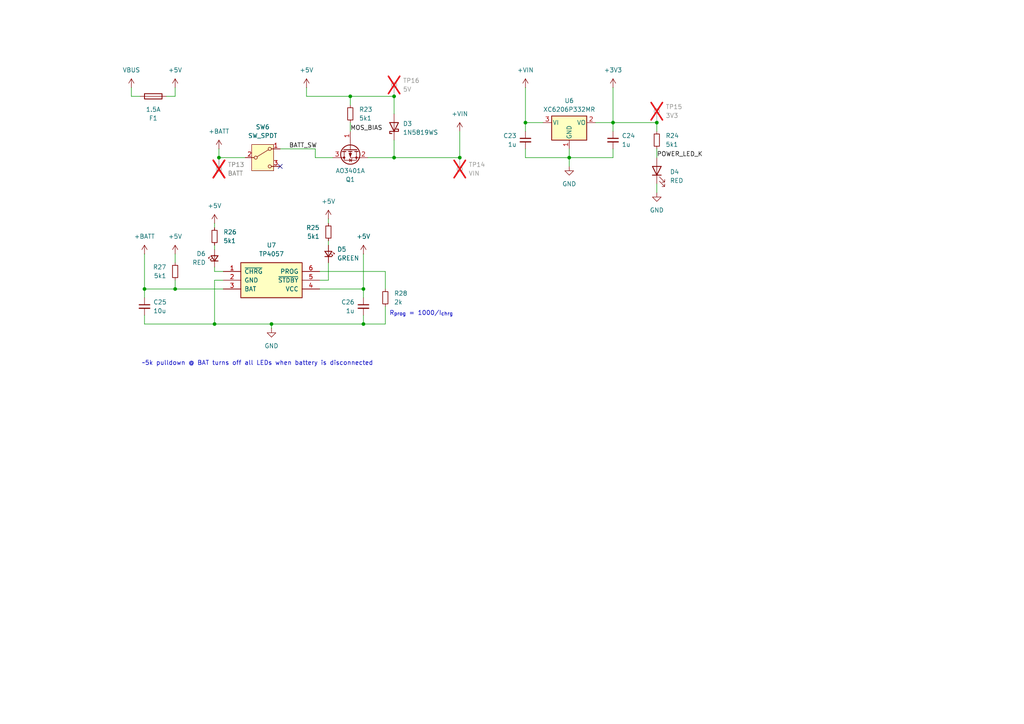
<source format=kicad_sch>
(kicad_sch (version 20231120) (generator "eeschema") (generator_version "8.0")
  (paper "A4")
  (lib_symbols
    (symbol "Connector:TestPoint" (pin_numbers hide) (pin_names (offset 0.762) hide)
      (property "Reference" "TP" (at 0 6.858 0))
      (property "Value" "TestPoint" (at 0 5.08 0))
      (symbol "TestPoint_0_1"
        (circle (center 0 3.302) (radius 0.762))
      )
      (symbol "TestPoint_1_1"
        (pin passive line (at 0 0 90) (length 2.54) (name "1") (number "1"))
      )
    )
    (symbol "Device:C_Small" (pin_numbers hide) (pin_names (offset 0.254) hide)
      (property "Reference" "C" (at 0.254 1.778 0))
      (property "Value" "C_Small" (at 0.254 -2.032 0))
      (symbol "C_Small_0_1"
        (polyline (pts (xy -1.524 -0.508) (xy 1.524 -0.508)) (stroke (width 0.3302)))
        (polyline (pts (xy -1.524 0.508) (xy 1.524 0.508)) (stroke (width 0.3048)))
      )
      (symbol "C_Small_1_1"
        (pin passive line (at 0 2.54 270) (length 2.032) (name "~") (number "1"))
        (pin passive line (at 0 -2.54 90) (length 2.032) (name "~") (number "2"))
      )
    )
    (symbol "Device:Fuse" (pin_numbers hide) (pin_names (offset 0))
      (property "Reference" "F" (at 2.032 0 90))
      (property "Value" "Fuse" (at -1.905 0 90))
      (symbol "Fuse_0_1"
        (rectangle (start -0.762 -2.54) (end 0.762 2.54) (stroke (width 0.254)))
        (polyline (pts (xy 0 2.54) (xy 0 -2.54)))
      )
      (symbol "Fuse_1_1"
        (pin passive line (at 0 3.81 270) (length 1.27) (name "~") (number "1"))
        (pin passive line (at 0 -3.81 90) (length 1.27) (name "~") (number "2"))
      )
    )
    (symbol "Device:LED" (pin_numbers hide) (pin_names (offset 1.016) hide)
      (property "Reference" "D" (at 0 2.54 0))
      (property "Value" "LED" (at 0 -2.54 0))
      (symbol "LED_0_1"
        (polyline (pts (xy -1.27 -1.27) (xy -1.27 1.27)) (stroke (width 0.254)))
        (polyline (pts (xy -1.27 0) (xy 1.27 0)))
        (polyline (pts (xy 1.27 -1.27) (xy 1.27 1.27) (xy -1.27 0) (xy 1.27 -1.27)) (stroke (width 0.254)))
        (polyline (pts (xy -3.048 -0.762) (xy -4.572 -2.286) (xy -3.81 -2.286) (xy -4.572 -2.286) (xy -4.572 -1.524)))
        (polyline (pts (xy -1.778 -0.762) (xy -3.302 -2.286) (xy -2.54 -2.286) (xy -3.302 -2.286) (xy -3.302 -1.524)))
      )
      (symbol "LED_1_1"
        (pin passive line (at -3.81 0 0) (length 2.54) (name "K") (number "1"))
        (pin passive line (at 3.81 0 180) (length 2.54) (name "A") (number "2"))
      )
    )
    (symbol "Device:LED_Small" (pin_numbers hide) (pin_names (offset 0.254) hide)
      (property "Reference" "D" (at -1.27 3.175 0))
      (property "Value" "LED_Small" (at -4.445 -2.54 0))
      (symbol "LED_Small_0_1"
        (polyline (pts (xy -0.762 -1.016) (xy -0.762 1.016)) (stroke (width 0.254)))
        (polyline (pts (xy 1.016 0) (xy -0.762 0)))
        (polyline (pts (xy 0.762 -1.016) (xy -0.762 0) (xy 0.762 1.016) (xy 0.762 -1.016)) (stroke (width 0.254)))
        (polyline (pts (xy 0 0.762) (xy -0.508 1.27) (xy -0.254 1.27) (xy -0.508 1.27) (xy -0.508 1.016)))
        (polyline (pts (xy 0.508 1.27) (xy 0 1.778) (xy 0.254 1.778) (xy 0 1.778) (xy 0 1.524)))
      )
      (symbol "LED_Small_1_1"
        (pin passive line (at -2.54 0 0) (length 1.778) (name "K") (number "1"))
        (pin passive line (at 2.54 0 180) (length 1.778) (name "A") (number "2"))
      )
    )
    (symbol "Device:R_Small" (pin_numbers hide) (pin_names (offset 0.254) hide)
      (property "Reference" "R" (at 0.762 0.508 0))
      (property "Value" "R_Small" (at 0.762 -1.016 0))
      (symbol "R_Small_0_1"
        (rectangle (start -0.762 1.778) (end 0.762 -1.778) (stroke (width 0.2032)))
      )
      (symbol "R_Small_1_1"
        (pin passive line (at 0 2.54 270) (length 0.762) (name "~") (number "1"))
        (pin passive line (at 0 -2.54 90) (length 0.762) (name "~") (number "2"))
      )
    )
    (symbol "Diode:1N5819WS" (pin_numbers hide) (pin_names (offset 1.016) hide)
      (property "Reference" "D" (at 0 2.54 0))
      (property "Value" "1N5819WS" (at 0 -2.54 0))
      (symbol "1N5819WS_0_1"
        (polyline (pts (xy 1.27 0) (xy -1.27 0)))
        (polyline (pts (xy 1.27 1.27) (xy 1.27 -1.27) (xy -1.27 0) (xy 1.27 1.27)) (stroke (width 0.254)))
        (polyline (pts (xy -1.905 0.635) (xy -1.905 1.27) (xy -1.27 1.27) (xy -1.27 -1.27) (xy -0.635 -1.27) (xy -0.635 -0.635)) (stroke (width 0.254)))
      )
      (symbol "1N5819WS_1_1"
        (pin passive line (at -3.81 0 0) (length 2.54) (name "K") (number "1"))
        (pin passive line (at 3.81 0 180) (length 2.54) (name "A") (number "2"))
      )
    )
    (symbol "Regulator_Linear:XC6206PxxxMR" (pin_names (offset 0.254))
      (property "Reference" "U" (at -3.81 3.175 0))
      (property "Value" "XC6206PxxxMR" (at 0 3.175 0))
      (symbol "XC6206PxxxMR_0_1"
        (rectangle (start -5.08 1.905) (end 5.08 -5.08) (stroke (width 0.254)) (fill (type background)))
      )
      (symbol "XC6206PxxxMR_1_1"
        (pin power_in line (at 0 -7.62 90) (length 2.54) (name "GND") (number "1"))
        (pin power_out line (at 7.62 0 180) (length 2.54) (name "VO") (number "2"))
        (pin power_in line (at -7.62 0 0) (length 2.54) (name "VI") (number "3"))
      )
    )
    (symbol "Switch:SW_SPDT" (pin_names (offset 0) hide)
      (property "Reference" "SW" (at 0 5.08 0))
      (property "Value" "SW_SPDT" (at 0 -5.08 0))
      (symbol "SW_SPDT_0_1"
        (circle (center -2.032 0) (radius 0.4572))
        (polyline (pts (xy -1.651 0.254) (xy 1.651 2.286)))
        (circle (center 2.032 -2.54) (radius 0.4572))
        (circle (center 2.032 2.54) (radius 0.4572))
      )
      (symbol "SW_SPDT_1_1"
        (rectangle (start -3.175 3.81) (end 3.175 -3.81) (fill (type background)))
        (pin passive line (at 5.08 2.54 180) (length 2.54) (name "A") (number "1"))
        (pin passive line (at -5.08 0 0) (length 2.54) (name "B") (number "2"))
        (pin passive line (at 5.08 -2.54 180) (length 2.54) (name "C") (number "3"))
      )
    )
    (symbol "Transistor_FET:AO3401A" (pin_names hide)
      (property "Reference" "Q" (at 5.08 1.905 0))
      (property "Value" "AO3401A" (at 5.08 0 0))
      (symbol "AO3401A_0_1"
        (polyline (pts (xy 0.254 0) (xy -2.54 0)))
        (polyline (pts (xy 0.254 1.905) (xy 0.254 -1.905)) (stroke (width 0.254)))
        (polyline (pts (xy 0.762 -1.27) (xy 0.762 -2.286)) (stroke (width 0.254)))
        (polyline (pts (xy 0.762 0.508) (xy 0.762 -0.508)) (stroke (width 0.254)))
        (polyline (pts (xy 0.762 2.286) (xy 0.762 1.27)) (stroke (width 0.254)))
        (polyline (pts (xy 2.54 2.54) (xy 2.54 1.778)))
        (polyline (pts (xy 2.54 -2.54) (xy 2.54 0) (xy 0.762 0)))
        (polyline (pts (xy 0.762 1.778) (xy 3.302 1.778) (xy 3.302 -1.778) (xy 0.762 -1.778)))
        (polyline (pts (xy 2.286 0) (xy 1.27 0.381) (xy 1.27 -0.381) (xy 2.286 0)) (fill (type outline)))
        (polyline (pts (xy 2.794 -0.508) (xy 2.921 -0.381) (xy 3.683 -0.381) (xy 3.81 -0.254)))
        (polyline (pts (xy 3.302 -0.381) (xy 2.921 0.254) (xy 3.683 0.254) (xy 3.302 -0.381)))
        (circle (center 1.651 0) (radius 2.794) (stroke (width 0.254)))
        (circle (center 2.54 -1.778) (radius 0.254) (fill (type outline)))
        (circle (center 2.54 1.778) (radius 0.254) (fill (type outline)))
      )
      (symbol "AO3401A_1_1"
        (pin input line (at -5.08 0 0) (length 2.54) (name "G") (number "1"))
        (pin passive line (at 2.54 -5.08 90) (length 2.54) (name "S") (number "2"))
        (pin passive line (at 2.54 5.08 270) (length 2.54) (name "D") (number "3"))
      )
    )
    (symbol "power:+3V3" (power) (pin_numbers hide) (pin_names (offset 0) hide)
      (property "Value" "+3V3" (at 0 3.556 0))
      (symbol "+3V3_0_1"
        (polyline (pts (xy -0.762 1.27) (xy 0 2.54)))
        (polyline (pts (xy 0 0) (xy 0 2.54)))
        (polyline (pts (xy 0 2.54) (xy 0.762 1.27)))
      )
      (symbol "+3V3_1_1"
        (pin power_in line (at 0 0 90) (length 0) (name "~") (number "1"))
      )
    )
    (symbol "power:+5V" (power) (pin_numbers hide) (pin_names (offset 0) hide)
      (property "Value" "+5V" (at 0 3.556 0))
      (symbol "+5V_0_1"
        (polyline (pts (xy -0.762 1.27) (xy 0 2.54)))
        (polyline (pts (xy 0 0) (xy 0 2.54)))
        (polyline (pts (xy 0 2.54) (xy 0.762 1.27)))
      )
      (symbol "+5V_1_1"
        (pin power_in line (at 0 0 90) (length 0) (name "~") (number "1"))
      )
    )
    (symbol "power:+BATT" (power) (pin_numbers hide) (pin_names (offset 0) hide)
      (property "Value" "+BATT" (at 0 3.556 0))
      (symbol "+BATT_0_1"
        (polyline (pts (xy -0.762 1.27) (xy 0 2.54)))
        (polyline (pts (xy 0 0) (xy 0 2.54)))
        (polyline (pts (xy 0 2.54) (xy 0.762 1.27)))
      )
      (symbol "+BATT_1_1"
        (pin power_in line (at 0 0 90) (length 0) (name "~") (number "1"))
      )
    )
    (symbol "power:GND" (power) (pin_numbers hide) (pin_names (offset 0) hide)
      (property "Value" "GND" (at 0 -3.81 0))
      (symbol "GND_0_1"
        (polyline (pts (xy 0 0) (xy 0 -1.27) (xy 1.27 -1.27) (xy 0 -2.54) (xy -1.27 -1.27) (xy 0 -1.27)))
      )
      (symbol "GND_1_1"
        (pin power_in line (at 0 0 270) (length 0) (name "~") (number "1"))
      )
    )
    (symbol "power:VBUS" (power) (pin_numbers hide) (pin_names (offset 0) hide)
      (property "Value" "VBUS" (at 0 3.556 0))
      (symbol "VBUS_0_1"
        (polyline (pts (xy -0.762 1.27) (xy 0 2.54)))
        (polyline (pts (xy 0 0) (xy 0 2.54)))
        (polyline (pts (xy 0 2.54) (xy 0.762 1.27)))
      )
      (symbol "VBUS_1_1"
        (pin power_in line (at 0 0 90) (length 0) (name "~") (number "1"))
      )
    )
    (symbol "symbols:TP4057" (pin_names (offset 1.016))
      (property "Reference" "U" (at -7.62 5.842 0))
      (property "Value" "TP4057" (at -7.62 -7.62 0))
      (symbol "TP4057_0_0"
        (rectangle (start -7.62 5.08) (end 10.16 -5.08) (stroke (width 0.254)) (fill (type background)))
      )
      (symbol "TP4057_1_0"
        (pin open_collector line (at -12.7 2.54 0) (length 5.08) (name "~{CHRG}") (number "1"))
        (pin power_in line (at -12.7 0 0) (length 5.08) (name "GND") (number "2"))
        (pin power_in line (at -12.7 -2.54 0) (length 5.08) (name "BAT") (number "3"))
        (pin power_in line (at 15.24 -2.54 180) (length 5.08) (name "VCC") (number "4"))
        (pin open_collector line (at 15.24 0 180) (length 5.08) (name "~{STDBY}") (number "5"))
        (pin input line (at 15.24 2.54 180) (length 5.08) (name "PROG") (number "6"))
      )
    )
  )
  (junction (at 114.3 27.94))
  (junction (at 105.41 93.98))
  (junction (at 105.41 83.82))
  (junction (at 41.91 83.82))
  (junction (at 50.8 83.82))
  (junction (at 177.8 35.56))
  (junction (at 63.5 45.72))
  (junction (at 101.6 27.94))
  (junction (at 190.5 35.56))
  (junction (at 78.74 93.98))
  (junction (at 114.3 45.72))
  (junction (at 152.4 35.56))
  (junction (at 165.1 45.72))
  (junction (at 62.23 93.98))
  (junction (at 133.35 45.72))
  (no_connect (at 81.28 48.26))
  (wire (pts (xy 101.6 35.56) (xy 101.6 38.1)))
  (wire (pts (xy 78.74 93.98) (xy 105.41 93.98)))
  (wire (pts (xy 92.71 78.74) (xy 111.76 78.74)))
  (wire (pts (xy 114.3 27.94) (xy 114.3 33.02)))
  (wire (pts (xy 50.8 81.28) (xy 50.8 83.82)))
  (wire (pts (xy 62.23 93.98) (xy 41.91 93.98)))
  (wire (pts (xy 152.4 35.56) (xy 157.48 35.56)))
  (wire (pts (xy 92.71 83.82) (xy 105.41 83.82)))
  (wire (pts (xy 105.41 91.44) (xy 105.41 93.98)))
  (wire (pts (xy 62.23 81.28) (xy 64.77 81.28)))
  (wire (pts (xy 41.91 73.66) (xy 41.91 83.82)))
  (wire (pts (xy 105.41 83.82) (xy 105.41 86.36)))
  (wire (pts (xy 105.41 73.66) (xy 105.41 83.82)))
  (wire (pts (xy 114.3 40.64) (xy 114.3 45.72)))
  (wire (pts (xy 101.6 27.94) (xy 114.3 27.94)))
  (wire (pts (xy 91.44 45.72) (xy 96.52 45.72)))
  (wire (pts (xy 88.9 25.4) (xy 88.9 27.94)))
  (wire (pts (xy 165.1 45.72) (xy 165.1 43.18)))
  (wire (pts (xy 133.35 38.1) (xy 133.35 45.72)))
  (wire (pts (xy 190.5 53.34) (xy 190.5 55.88)))
  (wire (pts (xy 177.8 25.4) (xy 177.8 35.56)))
  (wire (pts (xy 190.5 45.72) (xy 190.5 43.18)))
  (wire (pts (xy 41.91 91.44) (xy 41.91 93.98)))
  (wire (pts (xy 190.5 35.56) (xy 190.5 38.1)))
  (wire (pts (xy 95.25 69.85) (xy 95.25 71.12)))
  (wire (pts (xy 95.25 81.28) (xy 92.71 81.28)))
  (wire (pts (xy 152.4 43.18) (xy 152.4 45.72)))
  (wire (pts (xy 91.44 43.18) (xy 91.44 45.72)))
  (wire (pts (xy 152.4 45.72) (xy 165.1 45.72)))
  (wire (pts (xy 152.4 35.56) (xy 152.4 38.1)))
  (wire (pts (xy 177.8 35.56) (xy 190.5 35.56)))
  (wire (pts (xy 63.5 43.18) (xy 63.5 45.72)))
  (wire (pts (xy 165.1 48.26) (xy 165.1 45.72)))
  (wire (pts (xy 50.8 73.66) (xy 50.8 76.2)))
  (wire (pts (xy 114.3 45.72) (xy 133.35 45.72)))
  (wire (pts (xy 62.23 78.74) (xy 64.77 78.74)))
  (wire (pts (xy 38.1 27.94) (xy 40.64 27.94)))
  (wire (pts (xy 172.72 35.56) (xy 177.8 35.56)))
  (wire (pts (xy 95.25 76.2) (xy 95.25 81.28)))
  (wire (pts (xy 38.1 25.4) (xy 38.1 27.94)))
  (wire (pts (xy 95.25 63.5) (xy 95.25 64.77)))
  (wire (pts (xy 88.9 27.94) (xy 101.6 27.94)))
  (wire (pts (xy 62.23 71.12) (xy 62.23 72.39)))
  (wire (pts (xy 78.74 95.25) (xy 78.74 93.98)))
  (wire (pts (xy 41.91 83.82) (xy 41.91 86.36)))
  (wire (pts (xy 106.68 45.72) (xy 114.3 45.72)))
  (wire (pts (xy 63.5 45.72) (xy 71.12 45.72)))
  (wire (pts (xy 101.6 27.94) (xy 101.6 30.48)))
  (wire (pts (xy 111.76 78.74) (xy 111.76 83.82)))
  (wire (pts (xy 48.26 27.94) (xy 50.8 27.94)))
  (wire (pts (xy 177.8 43.18) (xy 177.8 45.72)))
  (wire (pts (xy 152.4 25.4) (xy 152.4 35.56)))
  (wire (pts (xy 62.23 93.98) (xy 78.74 93.98)))
  (wire (pts (xy 41.91 83.82) (xy 50.8 83.82)))
  (wire (pts (xy 177.8 35.56) (xy 177.8 38.1)))
  (wire (pts (xy 165.1 45.72) (xy 177.8 45.72)))
  (wire (pts (xy 50.8 25.4) (xy 50.8 27.94)))
  (wire (pts (xy 111.76 88.9) (xy 111.76 93.98)))
  (wire (pts (xy 105.41 93.98) (xy 111.76 93.98)))
  (wire (pts (xy 62.23 81.28) (xy 62.23 93.98)))
  (wire (pts (xy 62.23 64.77) (xy 62.23 66.04)))
  (wire (pts (xy 81.28 43.18) (xy 91.44 43.18)))
  (wire (pts (xy 50.8 83.82) (xy 64.77 83.82)))
  (wire (pts (xy 62.23 77.47) (xy 62.23 78.74)))
  (text "R_{prog} = 1000/I_{chrg}" (at 122.174 90.932 0) (effects (font (size 1.27 1.27))))
  (text "~5k pulldown @ BAT turns off all LEDs when battery is disconnected" (at 74.676 105.41 0) (effects (font (size 1.27 1.27))))
  (label "BATT_SW" (at 83.82 43.18 0))
  (label "MOS_BIAS" (at 101.6 38.1 0))
  (label "POWER_LED_K" (at 190.5 45.72 0))
  (symbol (lib_id "power:+5V") (at 50.8 25.4 0) (unit 1)
    (property "Reference" "#PWR042" (effects (hide yes)))
    (property "Value" "+5V" (at 50.8 20.32 0))
    (property "Description" "Power symbol creates a global label with name \"+5V\"" (effects (hide yes)))
  )
  (symbol (lib_id "power:GND") (at 78.74 95.25 0) (unit 1)
    (property "Reference" "#PWR055" (effects (hide yes)))
    (property "Value" "GND" (at 78.74 100.33 0))
    (property "Description" "Power symbol creates a global label with name \"GND\" , ground" (effects (hide yes)))
  )
  (symbol (lib_id "Device:C_Small") (at 152.4 40.64 0) (unit 1)
    (property "Reference" "C23" (at 149.86 39.3762 0) (effects (justify right)))
    (property "Value" "1u" (at 149.86 41.9162 0) (effects (justify right)))
    (property "Footprint" "Capacitor_SMD:C_0402_1005Metric" (effects (hide yes)))
    (property "Description" "Unpolarized capacitor, small symbol" (effects (hide yes)))
    (property "LCSC" "C52923" (effects (hide yes)))
  )
  (symbol (lib_id "Device:LED_Small") (at 95.25 73.66 270) (mirror x) (unit 1)
    (property "Reference" "D5" (at 97.79 72.3264 90) (effects (justify left)))
    (property "Value" "GREEN" (at 97.79 74.8664 90) (effects (justify left)))
    (property "Footprint" "LED_SMD:LED_0805_2012Metric" (effects (hide yes)))
    (property "Description" "Light emitting diode, small symbol" (effects (hide yes)))
    (property "LCSC" "C2297" (effects (hide yes)))
  )
  (symbol (lib_id "power:VBUS") (at 38.1 25.4 0) (unit 1)
    (property "Reference" "#PWR041" (effects (hide yes)))
    (property "Value" "VBUS" (at 38.1 20.32 0))
    (property "Description" "Power symbol creates a global label with name \"VBUS\"" (effects (hide yes)))
  )
  (symbol (lib_id "Device:R_Small") (at 62.23 68.58 0) (unit 1)
    (property "Reference" "R26" (at 64.77 67.3099 0) (effects (justify left)))
    (property "Value" "5k1" (at 64.77 69.8499 0) (effects (justify left)))
    (property "Footprint" "Resistor_SMD:R_0402_1005Metric" (effects (hide yes)))
    (property "Description" "Resistor, small symbol" (effects (hide yes)))
    (property "LCSC" "C25905" (effects (hide yes)))
  )
  (symbol (lib_id "power:+5V") (at 88.9 25.4 0) (unit 1)
    (property "Reference" "#PWR043" (effects (hide yes)))
    (property "Value" "+5V" (at 88.9 20.32 0))
    (property "Description" "Power symbol creates a global label with name \"+5V\"" (effects (hide yes)))
  )
  (symbol (lib_id "Device:C_Small") (at 41.91 88.9 0) (mirror y) (unit 1)
    (property "Reference" "C25" (at 44.45 87.6362 0) (effects (justify right)))
    (property "Value" "10u" (at 44.45 90.1762 0) (effects (justify right)))
    (property "Footprint" "Capacitor_SMD:C_0603_1608Metric" (effects (hide yes)))
    (property "Description" "Unpolarized capacitor, small symbol" (effects (hide yes)))
    (property "LCSC" "C19702" (effects (hide yes)))
  )
  (symbol (lib_id "Device:C_Small") (at 105.41 88.9 0) (unit 1)
    (property "Reference" "C26" (at 102.87 87.6362 0) (effects (justify right)))
    (property "Value" "1u" (at 102.87 90.1762 0) (effects (justify right)))
    (property "Footprint" "Capacitor_SMD:C_0402_1005Metric" (effects (hide yes)))
    (property "Description" "Unpolarized capacitor, small symbol" (effects (hide yes)))
    (property "LCSC" "C52923" (effects (hide yes)))
  )
  (symbol (lib_id "power:GND") (at 165.1 48.26 0) (unit 1)
    (property "Reference" "#PWR048" (effects (hide yes)))
    (property "Value" "GND" (at 165.1 53.34 0))
    (property "Description" "Power symbol creates a global label with name \"GND\" , ground" (effects (hide yes)))
  )
  (symbol (lib_id "Device:R_Small") (at 95.25 67.31 0) (mirror y) (unit 1)
    (property "Reference" "R25" (at 92.71 66.0399 0) (effects (justify left)))
    (property "Value" "5k1" (at 92.71 68.5799 0) (effects (justify left)))
    (property "Footprint" "Resistor_SMD:R_0402_1005Metric" (effects (hide yes)))
    (property "Description" "Resistor, small symbol" (effects (hide yes)))
    (property "LCSC" "C25905" (effects (hide yes)))
  )
  (symbol (lib_id "Transistor_FET:AO3401A") (at 101.6 43.18 90) (mirror x) (unit 1)
    (property "Reference" "Q1" (at 101.6 52.07 90))
    (property "Value" "AO3401A" (at 101.6 49.53 90))
    (property "Footprint" "Package_TO_SOT_SMD:SOT-23" (effects (hide yes)))
    (property "Datasheet" "http://www.aosmd.com/pdfs/datasheet/AO3401A.pdf" (effects (hide yes)))
    (property "Description" "-4.0A Id, -30V Vds, P-Channel MOSFET, SOT-23" (effects (hide yes)))
    (property "LCSC" "C15127" (effects (hide yes)))
  )
  (symbol (lib_id "Device:R_Small") (at 111.76 86.36 0) (unit 1)
    (property "Reference" "R28" (at 114.3 85.0899 0) (effects (justify left)))
    (property "Value" "2k" (at 114.3 87.6299 0) (effects (justify left)))
    (property "Footprint" "Resistor_SMD:R_0402_1005Metric" (effects (hide yes)))
    (property "Description" "Resistor, small symbol" (effects (hide yes)))
    (property "LCSC" "C4109" (effects (hide yes)))
  )
  (symbol (lib_id "Device:R_Small") (at 101.6 33.02 0) (unit 1)
    (property "Reference" "R23" (at 104.14 31.7499 0) (effects (justify left)))
    (property "Value" "5k1" (at 104.14 34.2899 0) (effects (justify left)))
    (property "Footprint" "Resistor_SMD:R_0402_1005Metric" (effects (hide yes)))
    (property "Description" "Resistor, small symbol" (effects (hide yes)))
    (property "LCSC" "C25905" (effects (hide yes)))
  )
  (symbol (lib_id "power:+5V") (at 95.25 63.5 0) (mirror y) (unit 1)
    (property "Reference" "#PWR050" (effects (hide yes)))
    (property "Value" "+5V" (at 95.25 58.42 0))
    (property "Description" "Power symbol creates a global label with name \"+5V\"" (effects (hide yes)))
  )
  (symbol (lib_id "Device:C_Small") (at 177.8 40.64 0) (mirror y) (unit 1)
    (property "Reference" "C24" (at 180.34 39.3762 0) (effects (justify right)))
    (property "Value" "1u" (at 180.34 41.9162 0) (effects (justify right)))
    (property "Footprint" "Capacitor_SMD:C_0402_1005Metric" (effects (hide yes)))
    (property "Description" "Unpolarized capacitor, small symbol" (effects (hide yes)))
    (property "LCSC" "C52923" (effects (hide yes)))
  )
  (symbol (lib_id "power:+BATT") (at 63.5 43.18 0) (unit 1)
    (property "Reference" "#PWR047" (effects (hide yes)))
    (property "Value" "+BATT" (at 63.5 38.1 0))
    (property "Description" "Power symbol creates a global label with name \"+BATT\"" (effects (hide yes)))
  )
  (symbol (lib_id "Connector:TestPoint") (at 63.5 45.72 180) (unit 1) (dnp yes)
    (property "Reference" "TP13" (at 66.04 47.7519 0) (effects (justify right)))
    (property "Value" "BATT" (at 66.04 50.2919 0) (effects (justify right)))
    (property "Footprint" "TestPoint:TestPoint_Pad_D1.0mm" (effects (hide yes)))
    (property "Description" "test point" (effects (hide yes)))
  )
  (symbol (lib_id "Switch:SW_SPDT") (at 76.2 45.72 0) (unit 1)
    (property "Reference" "SW6" (at 76.2 36.83 0))
    (property "Value" "SW_SPDT" (at 76.2 39.37 0))
    (property "Footprint" "footprints:SW-SMD_3P-P1.50_L2.7-W6.6" (effects (hide yes)))
    (property "Description" "Switch, single pole double throw" (effects (hide yes)))
    (property "LCSC" "C963206" (effects (hide yes)))
  )
  (symbol (lib_id "power:+5V") (at 133.35 38.1 0) (unit 1)
    (property "Reference" "#PWR046" (effects (hide yes)))
    (property "Value" "+VIN" (at 133.35 33.02 0))
    (property "Description" "Power symbol creates a global label with name \"+5V\"" (effects (hide yes)))
  )
  (symbol (lib_id "power:+3V3") (at 177.8 25.4 0) (unit 1)
    (property "Reference" "#PWR045" (effects (hide yes)))
    (property "Value" "+3V3" (at 177.8 20.32 0))
    (property "Description" "Power symbol creates a global label with name \"+3V3\"" (effects (hide yes)))
  )
  (symbol (lib_id "Regulator_Linear:XC6206PxxxMR") (at 165.1 35.56 0) (unit 1)
    (property "Reference" "U6" (at 165.1 29.21 0))
    (property "Value" "XC6206P332MR" (at 165.1 31.75 0))
    (property "Footprint" "Package_TO_SOT_SMD:SOT-23-3" (effects (hide yes)))
    (property "Datasheet" "https://www.torexsemi.com/file/xc6206/XC6206.pdf" (effects (hide yes)))
    (property "Description" "Positive 60-250mA Low Dropout Regulator, Fixed Output, SOT-23" (effects (hide yes)))
    (property "LCSC" "C5446" (effects (hide yes)))
  )
  (symbol (lib_id "Connector:TestPoint") (at 190.5 35.56 0) (unit 1) (dnp yes)
    (property "Reference" "TP15" (at 193.04 30.9879 0) (effects (justify left)))
    (property "Value" "3V3" (at 193.04 33.5279 0) (effects (justify left)))
    (property "Footprint" "TestPoint:TestPoint_Pad_D1.0mm" (effects (hide yes)))
    (property "Description" "test point" (effects (hide yes)))
  )
  (symbol (lib_id "power:+5V") (at 50.8 73.66 0) (unit 1)
    (property "Reference" "#PWR053" (effects (hide yes)))
    (property "Value" "+5V" (at 50.8 68.58 0))
    (property "Description" "Power symbol creates a global label with name \"+5V\"" (effects (hide yes)))
  )
  (symbol (lib_id "Connector:TestPoint") (at 114.3 27.94 0) (unit 1) (dnp yes)
    (property "Reference" "TP16" (at 116.84 23.3679 0) (effects (justify left)))
    (property "Value" "5V" (at 116.84 25.9079 0) (effects (justify left)))
    (property "Footprint" "TestPoint:TestPoint_Pad_D1.0mm" (effects (hide yes)))
    (property "Description" "test point" (effects (hide yes)))
  )
  (symbol (lib_id "power:+5V") (at 105.41 73.66 0) (unit 1)
    (property "Reference" "#PWR054" (effects (hide yes)))
    (property "Value" "+5V" (at 105.41 68.58 0))
    (property "Description" "Power symbol creates a global label with name \"+5V\"" (effects (hide yes)))
  )
  (symbol (lib_id "power:+5V") (at 152.4 25.4 0) (unit 1)
    (property "Reference" "#PWR044" (effects (hide yes)))
    (property "Value" "+VIN" (at 152.4 20.32 0))
    (property "Description" "Power symbol creates a global label with name \"+5V\"" (effects (hide yes)))
  )
  (symbol (lib_id "Device:LED_Small") (at 62.23 74.93 90) (unit 1)
    (property "Reference" "D6" (at 59.69 73.5964 90) (effects (justify left)))
    (property "Value" "RED" (at 59.69 76.1364 90) (effects (justify left)))
    (property "Footprint" "LED_SMD:LED_0805_2012Metric" (effects (hide yes)))
    (property "Description" "Light emitting diode, small symbol" (effects (hide yes)))
    (property "LCSC" "C84256" (effects (hide yes)))
  )
  (symbol (lib_id "Connector:TestPoint") (at 133.35 45.72 180) (unit 1) (dnp yes)
    (property "Reference" "TP14" (at 135.89 47.7519 0) (effects (justify right)))
    (property "Value" "VIN" (at 135.89 50.2919 0) (effects (justify right)))
    (property "Footprint" "TestPoint:TestPoint_Pad_D1.0mm" (effects (hide yes)))
    (property "Description" "test point" (effects (hide yes)))
  )
  (symbol (lib_id "Device:LED") (at 190.5 49.53 90) (unit 1)
    (property "Reference" "D4" (at 194.31 49.8474 90) (effects (justify right)))
    (property "Value" "RED" (at 194.31 52.3874 90) (effects (justify right)))
    (property "Footprint" "LED_SMD:LED_0805_2012Metric" (effects (hide yes)))
    (property "Description" "Light emitting diode" (effects (hide yes)))
    (property "LCSC" "C84256" (effects (hide yes)))
  )
  (symbol (lib_id "Diode:1N5819WS") (at 114.3 36.83 90) (unit 1)
    (property "Reference" "D3" (at 116.84 35.8774 90) (effects (justify right)))
    (property "Value" "1N5819WS" (at 116.84 38.4174 90) (effects (justify right)))
    (property "Footprint" "Diode_SMD:D_SOD-323" (effects (hide yes)))
    (property "Datasheet" "https://datasheet.lcsc.com/lcsc/2204281430_Guangdong-Hottech-1N5819WS_C191023.pdf" (effects (hide yes)))
    (property "Description" "40V 600mV@1A 1A SOD-323 Schottky Barrier Diodes, SOD-323" (effects (hide yes)))
    (property "LCSC" "C191023" (effects (hide yes)))
  )
  (symbol (lib_id "Device:R_Small") (at 50.8 78.74 0) (mirror y) (unit 1)
    (property "Reference" "R27" (at 48.26 77.4699 0) (effects (justify left)))
    (property "Value" "5k1" (at 48.26 80.0099 0) (effects (justify left)))
    (property "Footprint" "Resistor_SMD:R_0402_1005Metric" (effects (hide yes)))
    (property "Description" "Resistor, small symbol" (effects (hide yes)))
    (property "LCSC" "C25905" (effects (hide yes)))
  )
  (symbol (lib_id "power:+BATT") (at 41.91 73.66 0) (unit 1)
    (property "Reference" "#PWR052" (effects (hide yes)))
    (property "Value" "+BATT" (at 41.91 68.58 0))
    (property "Description" "Power symbol creates a global label with name \"+BATT\"" (effects (hide yes)))
  )
  (symbol (lib_id "power:+5V") (at 62.23 64.77 0) (unit 1)
    (property "Reference" "#PWR051" (effects (hide yes)))
    (property "Value" "+5V" (at 62.23 59.69 0))
    (property "Description" "Power symbol creates a global label with name \"+5V\"" (effects (hide yes)))
  )
  (symbol (lib_id "Device:Fuse") (at 44.45 27.94 90) (unit 1)
    (property "Reference" "F1" (at 44.45 34.29 90))
    (property "Value" "1.5A" (at 44.45 31.75 90))
    (property "Footprint" "Fuse:Fuse_1206_3216Metric" (effects (hide yes)))
    (property "Description" "Fuse" (effects (hide yes)))
    (property "LCSC" "C2838983" (effects (hide yes)))
  )
  (symbol (lib_id "symbols:TP4057") (at 77.47 81.28 0) (unit 1)
    (property "Reference" "U7" (at 78.74 71.12 0))
    (property "Value" "TP4057" (at 78.74 73.66 0))
    (property "Footprint" "Package_TO_SOT_SMD:SOT-23-6" (effects (hide yes)))
    (property "LCSC" "C12044" (effects (hide yes)))
  )
  (symbol (lib_id "Device:R_Small") (at 190.5 40.64 0) (unit 1)
    (property "Reference" "R24" (at 193.04 39.3699 0) (effects (justify left)))
    (property "Value" "5k1" (at 193.04 41.9099 0) (effects (justify left)))
    (property "Footprint" "Resistor_SMD:R_0402_1005Metric" (effects (hide yes)))
    (property "Description" "Resistor, small symbol" (effects (hide yes)))
    (property "LCSC" "C25905" (effects (hide yes)))
  )
  (symbol (lib_id "power:GND") (at 190.5 55.88 0) (unit 1)
    (property "Reference" "#PWR049" (effects (hide yes)))
    (property "Value" "GND" (at 190.5 60.96 0))
    (property "Description" "Power symbol creates a global label with name \"GND\" , ground" (effects (hide yes)))
  )
)
</source>
